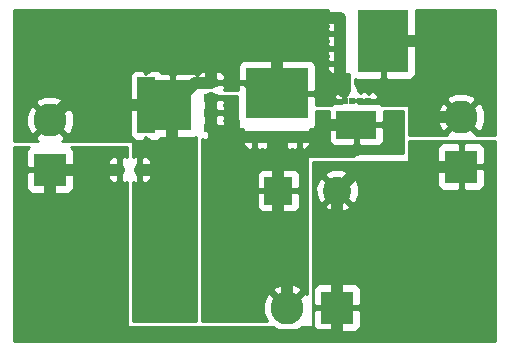
<source format=gbr>
G04 #@! TF.FileFunction,Copper,L1,Top,Signal*
%FSLAX46Y46*%
G04 Gerber Fmt 4.6, Leading zero omitted, Abs format (unit mm)*
G04 Created by KiCad (PCBNEW 4.0.7-e2-6376~58~ubuntu16.04.1) date Wed Jan 10 10:54:33 2018*
%MOMM*%
%LPD*%
G01*
G04 APERTURE LIST*
%ADD10C,0.100000*%
%ADD11R,2.400000X2.400000*%
%ADD12C,2.400000*%
%ADD13R,2.800000X2.800000*%
%ADD14C,2.800000*%
%ADD15R,0.620000X0.950000*%
%ADD16R,5.350000X4.330000*%
%ADD17R,0.600000X0.900000*%
%ADD18R,0.900000X0.600000*%
%ADD19R,1.150000X0.700000*%
%ADD20R,1.550000X4.700000*%
%ADD21R,3.300000X4.200000*%
%ADD22R,0.500000X0.500000*%
%ADD23R,3.400000X2.400000*%
%ADD24R,0.950000X0.620000*%
%ADD25R,4.330000X5.350000*%
%ADD26R,0.670000X1.000000*%
%ADD27C,1.000000*%
%ADD28C,0.500000*%
%ADD29C,0.300000*%
%ADD30C,0.254000*%
G04 APERTURE END LIST*
D10*
D11*
X137668000Y-86868000D03*
D12*
X142668000Y-86868000D03*
D13*
X118364000Y-85090000D03*
D14*
X118364000Y-80890000D03*
D13*
X142630000Y-96774000D03*
D14*
X138430000Y-96774000D03*
D13*
X153162000Y-84836000D03*
D14*
X153162000Y-80636000D03*
D15*
X135636000Y-82296000D03*
X136906000Y-82296000D03*
X138176000Y-82296000D03*
X139446000Y-82296000D03*
D16*
X137541000Y-78646000D03*
D17*
X128938000Y-80804000D03*
X129788000Y-80804000D03*
X128088000Y-80804000D03*
X128938000Y-78504000D03*
X129788000Y-78504000D03*
X128088000Y-78504000D03*
X128088000Y-79654000D03*
X129788000Y-79654000D03*
D18*
X126238000Y-81534000D03*
X126238000Y-77774000D03*
X126238000Y-80254000D03*
D19*
X131958000Y-80294000D03*
X131958000Y-81564000D03*
X131958000Y-79014000D03*
D20*
X126488000Y-79654000D03*
D21*
X128688000Y-79654000D03*
D19*
X131958000Y-77744000D03*
D18*
X126238000Y-79054000D03*
D17*
X128938000Y-79654000D03*
D22*
X145247000Y-79330000D03*
X144597000Y-79330000D03*
X143947000Y-79330000D03*
X143297000Y-79330000D03*
D23*
X144272000Y-81280000D03*
D24*
X142908000Y-72263000D03*
X142908000Y-73533000D03*
X142908000Y-74803000D03*
X142908000Y-76073000D03*
D25*
X146558000Y-74168000D03*
D26*
X125956000Y-85090000D03*
X124206000Y-85090000D03*
D27*
X144272000Y-81280000D02*
X141478000Y-81280000D01*
X141478000Y-81280000D02*
X141224000Y-81534000D01*
X141224000Y-81534000D02*
X141224000Y-82296000D01*
X141224000Y-82296000D02*
X139446000Y-82296000D01*
X137668000Y-93218000D02*
X138430000Y-93980000D01*
X138430000Y-93980000D02*
X138430000Y-96774000D01*
X137668000Y-86868000D02*
X137668000Y-93218000D01*
X138176000Y-82296000D02*
X137414000Y-82296000D01*
X137414000Y-82296000D02*
X136906000Y-82296000D01*
X137668000Y-86868000D02*
X137668000Y-82550000D01*
X137668000Y-82550000D02*
X137414000Y-82296000D01*
X131958000Y-80294000D02*
X131958000Y-79014000D01*
X131958000Y-81564000D02*
X131958000Y-80294000D01*
X135636000Y-82296000D02*
X132690000Y-82296000D01*
X132690000Y-82296000D02*
X131958000Y-81564000D01*
X136906000Y-82296000D02*
X135636000Y-82296000D01*
X139446000Y-82296000D02*
X138176000Y-82296000D01*
D28*
X134874000Y-77724000D02*
X134854000Y-77744000D01*
X134854000Y-77744000D02*
X131958000Y-77744000D01*
X135796000Y-78646000D02*
X134874000Y-77724000D01*
X137541000Y-78646000D02*
X135796000Y-78646000D01*
D27*
X128688000Y-84418000D02*
X128016000Y-85090000D01*
X128016000Y-85090000D02*
X125956000Y-85090000D01*
X128688000Y-79654000D02*
X128688000Y-84418000D01*
X136089000Y-72263000D02*
X137414000Y-72263000D01*
X137414000Y-72263000D02*
X141433000Y-72263000D01*
X137541000Y-78646000D02*
X137541000Y-72390000D01*
X137541000Y-72390000D02*
X137414000Y-72263000D01*
D29*
X143256000Y-78486000D02*
X143297000Y-78527000D01*
X143297000Y-78527000D02*
X143297000Y-79330000D01*
D27*
X142908000Y-78138000D02*
X143256000Y-78486000D01*
X142908000Y-76073000D02*
X142908000Y-78138000D01*
X142908000Y-74803000D02*
X142908000Y-76073000D01*
X142908000Y-73533000D02*
X142908000Y-74803000D01*
X142908000Y-72263000D02*
X142908000Y-73533000D01*
X131958000Y-77744000D02*
X131958000Y-76394000D01*
X131958000Y-76394000D02*
X136089000Y-72263000D01*
X141433000Y-72263000D02*
X142908000Y-72263000D01*
X131958000Y-77744000D02*
X130598000Y-77744000D01*
X130598000Y-77744000D02*
X128688000Y-79654000D01*
X126488000Y-79654000D02*
X119600000Y-79654000D01*
X119600000Y-79654000D02*
X118364000Y-80890000D01*
X128688000Y-79654000D02*
X126488000Y-79654000D01*
X150114000Y-74168000D02*
X146558000Y-74168000D01*
X150114000Y-79567898D02*
X150114000Y-74168000D01*
X153162000Y-80636000D02*
X151182102Y-80636000D01*
X151182102Y-80636000D02*
X150114000Y-79567898D01*
D29*
X146558000Y-79248000D02*
X146476000Y-79330000D01*
X146476000Y-79330000D02*
X145247000Y-79330000D01*
X144597000Y-79330000D02*
X145247000Y-79330000D01*
X143947000Y-79330000D02*
X144597000Y-79330000D01*
D27*
X142630000Y-98924000D02*
X142494000Y-99060000D01*
X142494000Y-99060000D02*
X141478000Y-99060000D01*
X142630000Y-96774000D02*
X142630000Y-98924000D01*
X118364000Y-97282000D02*
X118364000Y-89408000D01*
X141478000Y-99060000D02*
X120024002Y-99060000D01*
X119956001Y-98874001D02*
X118364000Y-97282000D01*
X142630000Y-96774000D02*
X142630000Y-97654000D01*
X118364000Y-89408000D02*
X118364000Y-85090000D01*
X153162000Y-84836000D02*
X144700000Y-84836000D01*
X144700000Y-84836000D02*
X142668000Y-86868000D01*
X142668000Y-86868000D02*
X142668000Y-96736000D01*
X142668000Y-96736000D02*
X142630000Y-96774000D01*
X124206000Y-85090000D02*
X118364000Y-85090000D01*
D30*
G36*
X141894673Y-71593301D02*
X141798000Y-71826690D01*
X141798000Y-71977250D01*
X141956750Y-72136000D01*
X142781000Y-72136000D01*
X142781000Y-72116000D01*
X143035000Y-72116000D01*
X143035000Y-72136000D01*
X143055000Y-72136000D01*
X143055000Y-72390000D01*
X143035000Y-72390000D01*
X143035000Y-73406000D01*
X143055000Y-73406000D01*
X143055000Y-73660000D01*
X143035000Y-73660000D01*
X143035000Y-74676000D01*
X143055000Y-74676000D01*
X143055000Y-74930000D01*
X143035000Y-74930000D01*
X143035000Y-75946000D01*
X143055000Y-75946000D01*
X143055000Y-76200000D01*
X143035000Y-76200000D01*
X143035000Y-76859250D01*
X143193750Y-77018000D01*
X143509309Y-77018000D01*
X143637000Y-76965109D01*
X143637000Y-78443850D01*
X143630887Y-78445000D01*
X143580750Y-78445000D01*
X143569129Y-78456621D01*
X143461683Y-78476838D01*
X143245559Y-78615910D01*
X143172000Y-78723567D01*
X143172000Y-78603750D01*
X143013250Y-78445000D01*
X142920690Y-78445000D01*
X142687301Y-78541673D01*
X142508673Y-78720302D01*
X142412000Y-78953691D01*
X142412000Y-79046250D01*
X142570750Y-79205000D01*
X143049560Y-79205000D01*
X143049560Y-79432560D01*
X142572000Y-79432560D01*
X142336683Y-79476838D01*
X142120559Y-79615910D01*
X142111615Y-79629000D01*
X140851000Y-79629000D01*
X140851000Y-78931750D01*
X140692250Y-78773000D01*
X137668000Y-78773000D01*
X137668000Y-78793000D01*
X137414000Y-78793000D01*
X137414000Y-78773000D01*
X137394000Y-78773000D01*
X137394000Y-78519000D01*
X137414000Y-78519000D01*
X137414000Y-76004750D01*
X137668000Y-76004750D01*
X137668000Y-78519000D01*
X140692250Y-78519000D01*
X140851000Y-78360250D01*
X140851000Y-76358750D01*
X141798000Y-76358750D01*
X141798000Y-76509310D01*
X141894673Y-76742699D01*
X142073302Y-76921327D01*
X142306691Y-77018000D01*
X142622250Y-77018000D01*
X142781000Y-76859250D01*
X142781000Y-76200000D01*
X141956750Y-76200000D01*
X141798000Y-76358750D01*
X140851000Y-76358750D01*
X140851000Y-76354691D01*
X140754327Y-76121302D01*
X140575699Y-75942673D01*
X140342310Y-75846000D01*
X137826750Y-75846000D01*
X137668000Y-76004750D01*
X137414000Y-76004750D01*
X137255250Y-75846000D01*
X134739690Y-75846000D01*
X134506301Y-75942673D01*
X134327673Y-76121302D01*
X134231000Y-76354691D01*
X134231000Y-78359000D01*
X133110552Y-78359000D01*
X133168000Y-78220309D01*
X133168000Y-78029750D01*
X133009250Y-77871000D01*
X132085000Y-77871000D01*
X132085000Y-77891000D01*
X132018328Y-77891000D01*
X131958000Y-77879000D01*
X131897672Y-77891000D01*
X131831000Y-77891000D01*
X131831000Y-77871000D01*
X131811000Y-77871000D01*
X131811000Y-77617000D01*
X131831000Y-77617000D01*
X131831000Y-76917750D01*
X132085000Y-76917750D01*
X132085000Y-77617000D01*
X133009250Y-77617000D01*
X133168000Y-77458250D01*
X133168000Y-77267691D01*
X133071327Y-77034302D01*
X132892699Y-76855673D01*
X132659310Y-76759000D01*
X132243750Y-76759000D01*
X132085000Y-76917750D01*
X131831000Y-76917750D01*
X131672250Y-76759000D01*
X131256690Y-76759000D01*
X131023301Y-76855673D01*
X130844673Y-77034302D01*
X130807081Y-77125056D01*
X130697699Y-77015673D01*
X130464310Y-76919000D01*
X128973750Y-76919000D01*
X128815000Y-77077750D01*
X128815000Y-77419000D01*
X128810998Y-77419000D01*
X128810998Y-77577748D01*
X128652250Y-77419000D01*
X128561000Y-77419000D01*
X128561000Y-77077750D01*
X128402250Y-76919000D01*
X127776025Y-76919000D01*
X127622699Y-76765673D01*
X127389310Y-76669000D01*
X126773750Y-76669000D01*
X126615000Y-76827750D01*
X126615000Y-76839000D01*
X126523750Y-76839000D01*
X126365002Y-76997748D01*
X126365002Y-76839000D01*
X126361000Y-76839000D01*
X126361000Y-76827750D01*
X126202250Y-76669000D01*
X125586690Y-76669000D01*
X125353301Y-76765673D01*
X125174673Y-76944302D01*
X125078000Y-77177691D01*
X125078000Y-79368250D01*
X125153000Y-79443250D01*
X125153000Y-79480309D01*
X125224945Y-79654000D01*
X125153000Y-79827691D01*
X125153000Y-79864750D01*
X125078000Y-79939750D01*
X125078000Y-82130309D01*
X125174673Y-82363698D01*
X125353301Y-82542327D01*
X125586690Y-82639000D01*
X126202250Y-82639000D01*
X126361000Y-82480250D01*
X126361000Y-82469000D01*
X126365002Y-82469000D01*
X126365002Y-82310252D01*
X126523750Y-82469000D01*
X126615000Y-82469000D01*
X126615000Y-82480250D01*
X126773750Y-82639000D01*
X127389310Y-82639000D01*
X127622699Y-82542327D01*
X127776025Y-82389000D01*
X128402250Y-82389000D01*
X128561000Y-82230250D01*
X128561000Y-81889000D01*
X128652250Y-81889000D01*
X128810998Y-81730252D01*
X128810998Y-81889000D01*
X128815000Y-81889000D01*
X128815000Y-82230250D01*
X128973750Y-82389000D01*
X130464310Y-82389000D01*
X130683000Y-82298416D01*
X130683000Y-97917000D01*
X125349000Y-97917000D01*
X125349000Y-86164653D01*
X125494691Y-86225000D01*
X125670250Y-86225000D01*
X125829000Y-86066250D01*
X125829000Y-85217000D01*
X126083000Y-85217000D01*
X126083000Y-86066250D01*
X126241750Y-86225000D01*
X126417309Y-86225000D01*
X126650698Y-86128327D01*
X126829327Y-85949699D01*
X126926000Y-85716310D01*
X126926000Y-85375750D01*
X126767250Y-85217000D01*
X126083000Y-85217000D01*
X125829000Y-85217000D01*
X125809000Y-85217000D01*
X125809000Y-84963000D01*
X125829000Y-84963000D01*
X125829000Y-84113750D01*
X126083000Y-84113750D01*
X126083000Y-84963000D01*
X126767250Y-84963000D01*
X126926000Y-84804250D01*
X126926000Y-84463690D01*
X126829327Y-84230301D01*
X126650698Y-84051673D01*
X126417309Y-83955000D01*
X126241750Y-83955000D01*
X126083000Y-84113750D01*
X125829000Y-84113750D01*
X125670250Y-83955000D01*
X125494691Y-83955000D01*
X125349000Y-84015347D01*
X125349000Y-82804000D01*
X125338994Y-82754590D01*
X125310553Y-82712965D01*
X125268159Y-82685685D01*
X125222000Y-82677000D01*
X119389475Y-82677000D01*
X119478545Y-82640106D01*
X119626118Y-82331724D01*
X118364000Y-81069605D01*
X117101882Y-82331724D01*
X117249455Y-82640106D01*
X117344373Y-82677000D01*
X115264000Y-82677000D01*
X115264000Y-80530031D01*
X116320595Y-80530031D01*
X116338386Y-81339409D01*
X116613894Y-82004545D01*
X116922276Y-82152118D01*
X118184395Y-80890000D01*
X118543605Y-80890000D01*
X119805724Y-82152118D01*
X120114106Y-82004545D01*
X120407405Y-81249969D01*
X120389614Y-80440591D01*
X120114106Y-79775455D01*
X119805724Y-79627882D01*
X118543605Y-80890000D01*
X118184395Y-80890000D01*
X116922276Y-79627882D01*
X116613894Y-79775455D01*
X116320595Y-80530031D01*
X115264000Y-80530031D01*
X115264000Y-79448276D01*
X117101882Y-79448276D01*
X118364000Y-80710395D01*
X119626118Y-79448276D01*
X119478545Y-79139894D01*
X118723969Y-78846595D01*
X117914591Y-78864386D01*
X117249455Y-79139894D01*
X117101882Y-79448276D01*
X115264000Y-79448276D01*
X115264000Y-75088750D01*
X141798000Y-75088750D01*
X141798000Y-75239310D01*
X141880300Y-75438000D01*
X141798000Y-75636690D01*
X141798000Y-75787250D01*
X141956750Y-75946000D01*
X142781000Y-75946000D01*
X142781000Y-74930000D01*
X141956750Y-74930000D01*
X141798000Y-75088750D01*
X115264000Y-75088750D01*
X115264000Y-73818750D01*
X141798000Y-73818750D01*
X141798000Y-73969310D01*
X141880300Y-74168000D01*
X141798000Y-74366690D01*
X141798000Y-74517250D01*
X141956750Y-74676000D01*
X142781000Y-74676000D01*
X142781000Y-73660000D01*
X141956750Y-73660000D01*
X141798000Y-73818750D01*
X115264000Y-73818750D01*
X115264000Y-72548750D01*
X141798000Y-72548750D01*
X141798000Y-72699310D01*
X141880300Y-72898000D01*
X141798000Y-73096690D01*
X141798000Y-73247250D01*
X141956750Y-73406000D01*
X142781000Y-73406000D01*
X142781000Y-72390000D01*
X141956750Y-72390000D01*
X141798000Y-72548750D01*
X115264000Y-72548750D01*
X115264000Y-71576000D01*
X141911974Y-71576000D01*
X141894673Y-71593301D01*
X141894673Y-71593301D01*
G37*
X141894673Y-71593301D02*
X141798000Y-71826690D01*
X141798000Y-71977250D01*
X141956750Y-72136000D01*
X142781000Y-72136000D01*
X142781000Y-72116000D01*
X143035000Y-72116000D01*
X143035000Y-72136000D01*
X143055000Y-72136000D01*
X143055000Y-72390000D01*
X143035000Y-72390000D01*
X143035000Y-73406000D01*
X143055000Y-73406000D01*
X143055000Y-73660000D01*
X143035000Y-73660000D01*
X143035000Y-74676000D01*
X143055000Y-74676000D01*
X143055000Y-74930000D01*
X143035000Y-74930000D01*
X143035000Y-75946000D01*
X143055000Y-75946000D01*
X143055000Y-76200000D01*
X143035000Y-76200000D01*
X143035000Y-76859250D01*
X143193750Y-77018000D01*
X143509309Y-77018000D01*
X143637000Y-76965109D01*
X143637000Y-78443850D01*
X143630887Y-78445000D01*
X143580750Y-78445000D01*
X143569129Y-78456621D01*
X143461683Y-78476838D01*
X143245559Y-78615910D01*
X143172000Y-78723567D01*
X143172000Y-78603750D01*
X143013250Y-78445000D01*
X142920690Y-78445000D01*
X142687301Y-78541673D01*
X142508673Y-78720302D01*
X142412000Y-78953691D01*
X142412000Y-79046250D01*
X142570750Y-79205000D01*
X143049560Y-79205000D01*
X143049560Y-79432560D01*
X142572000Y-79432560D01*
X142336683Y-79476838D01*
X142120559Y-79615910D01*
X142111615Y-79629000D01*
X140851000Y-79629000D01*
X140851000Y-78931750D01*
X140692250Y-78773000D01*
X137668000Y-78773000D01*
X137668000Y-78793000D01*
X137414000Y-78793000D01*
X137414000Y-78773000D01*
X137394000Y-78773000D01*
X137394000Y-78519000D01*
X137414000Y-78519000D01*
X137414000Y-76004750D01*
X137668000Y-76004750D01*
X137668000Y-78519000D01*
X140692250Y-78519000D01*
X140851000Y-78360250D01*
X140851000Y-76358750D01*
X141798000Y-76358750D01*
X141798000Y-76509310D01*
X141894673Y-76742699D01*
X142073302Y-76921327D01*
X142306691Y-77018000D01*
X142622250Y-77018000D01*
X142781000Y-76859250D01*
X142781000Y-76200000D01*
X141956750Y-76200000D01*
X141798000Y-76358750D01*
X140851000Y-76358750D01*
X140851000Y-76354691D01*
X140754327Y-76121302D01*
X140575699Y-75942673D01*
X140342310Y-75846000D01*
X137826750Y-75846000D01*
X137668000Y-76004750D01*
X137414000Y-76004750D01*
X137255250Y-75846000D01*
X134739690Y-75846000D01*
X134506301Y-75942673D01*
X134327673Y-76121302D01*
X134231000Y-76354691D01*
X134231000Y-78359000D01*
X133110552Y-78359000D01*
X133168000Y-78220309D01*
X133168000Y-78029750D01*
X133009250Y-77871000D01*
X132085000Y-77871000D01*
X132085000Y-77891000D01*
X132018328Y-77891000D01*
X131958000Y-77879000D01*
X131897672Y-77891000D01*
X131831000Y-77891000D01*
X131831000Y-77871000D01*
X131811000Y-77871000D01*
X131811000Y-77617000D01*
X131831000Y-77617000D01*
X131831000Y-76917750D01*
X132085000Y-76917750D01*
X132085000Y-77617000D01*
X133009250Y-77617000D01*
X133168000Y-77458250D01*
X133168000Y-77267691D01*
X133071327Y-77034302D01*
X132892699Y-76855673D01*
X132659310Y-76759000D01*
X132243750Y-76759000D01*
X132085000Y-76917750D01*
X131831000Y-76917750D01*
X131672250Y-76759000D01*
X131256690Y-76759000D01*
X131023301Y-76855673D01*
X130844673Y-77034302D01*
X130807081Y-77125056D01*
X130697699Y-77015673D01*
X130464310Y-76919000D01*
X128973750Y-76919000D01*
X128815000Y-77077750D01*
X128815000Y-77419000D01*
X128810998Y-77419000D01*
X128810998Y-77577748D01*
X128652250Y-77419000D01*
X128561000Y-77419000D01*
X128561000Y-77077750D01*
X128402250Y-76919000D01*
X127776025Y-76919000D01*
X127622699Y-76765673D01*
X127389310Y-76669000D01*
X126773750Y-76669000D01*
X126615000Y-76827750D01*
X126615000Y-76839000D01*
X126523750Y-76839000D01*
X126365002Y-76997748D01*
X126365002Y-76839000D01*
X126361000Y-76839000D01*
X126361000Y-76827750D01*
X126202250Y-76669000D01*
X125586690Y-76669000D01*
X125353301Y-76765673D01*
X125174673Y-76944302D01*
X125078000Y-77177691D01*
X125078000Y-79368250D01*
X125153000Y-79443250D01*
X125153000Y-79480309D01*
X125224945Y-79654000D01*
X125153000Y-79827691D01*
X125153000Y-79864750D01*
X125078000Y-79939750D01*
X125078000Y-82130309D01*
X125174673Y-82363698D01*
X125353301Y-82542327D01*
X125586690Y-82639000D01*
X126202250Y-82639000D01*
X126361000Y-82480250D01*
X126361000Y-82469000D01*
X126365002Y-82469000D01*
X126365002Y-82310252D01*
X126523750Y-82469000D01*
X126615000Y-82469000D01*
X126615000Y-82480250D01*
X126773750Y-82639000D01*
X127389310Y-82639000D01*
X127622699Y-82542327D01*
X127776025Y-82389000D01*
X128402250Y-82389000D01*
X128561000Y-82230250D01*
X128561000Y-81889000D01*
X128652250Y-81889000D01*
X128810998Y-81730252D01*
X128810998Y-81889000D01*
X128815000Y-81889000D01*
X128815000Y-82230250D01*
X128973750Y-82389000D01*
X130464310Y-82389000D01*
X130683000Y-82298416D01*
X130683000Y-97917000D01*
X125349000Y-97917000D01*
X125349000Y-86164653D01*
X125494691Y-86225000D01*
X125670250Y-86225000D01*
X125829000Y-86066250D01*
X125829000Y-85217000D01*
X126083000Y-85217000D01*
X126083000Y-86066250D01*
X126241750Y-86225000D01*
X126417309Y-86225000D01*
X126650698Y-86128327D01*
X126829327Y-85949699D01*
X126926000Y-85716310D01*
X126926000Y-85375750D01*
X126767250Y-85217000D01*
X126083000Y-85217000D01*
X125829000Y-85217000D01*
X125809000Y-85217000D01*
X125809000Y-84963000D01*
X125829000Y-84963000D01*
X125829000Y-84113750D01*
X126083000Y-84113750D01*
X126083000Y-84963000D01*
X126767250Y-84963000D01*
X126926000Y-84804250D01*
X126926000Y-84463690D01*
X126829327Y-84230301D01*
X126650698Y-84051673D01*
X126417309Y-83955000D01*
X126241750Y-83955000D01*
X126083000Y-84113750D01*
X125829000Y-84113750D01*
X125670250Y-83955000D01*
X125494691Y-83955000D01*
X125349000Y-84015347D01*
X125349000Y-82804000D01*
X125338994Y-82754590D01*
X125310553Y-82712965D01*
X125268159Y-82685685D01*
X125222000Y-82677000D01*
X119389475Y-82677000D01*
X119478545Y-82640106D01*
X119626118Y-82331724D01*
X118364000Y-81069605D01*
X117101882Y-82331724D01*
X117249455Y-82640106D01*
X117344373Y-82677000D01*
X115264000Y-82677000D01*
X115264000Y-80530031D01*
X116320595Y-80530031D01*
X116338386Y-81339409D01*
X116613894Y-82004545D01*
X116922276Y-82152118D01*
X118184395Y-80890000D01*
X118543605Y-80890000D01*
X119805724Y-82152118D01*
X120114106Y-82004545D01*
X120407405Y-81249969D01*
X120389614Y-80440591D01*
X120114106Y-79775455D01*
X119805724Y-79627882D01*
X118543605Y-80890000D01*
X118184395Y-80890000D01*
X116922276Y-79627882D01*
X116613894Y-79775455D01*
X116320595Y-80530031D01*
X115264000Y-80530031D01*
X115264000Y-79448276D01*
X117101882Y-79448276D01*
X118364000Y-80710395D01*
X119626118Y-79448276D01*
X119478545Y-79139894D01*
X118723969Y-78846595D01*
X117914591Y-78864386D01*
X117249455Y-79139894D01*
X117101882Y-79448276D01*
X115264000Y-79448276D01*
X115264000Y-75088750D01*
X141798000Y-75088750D01*
X141798000Y-75239310D01*
X141880300Y-75438000D01*
X141798000Y-75636690D01*
X141798000Y-75787250D01*
X141956750Y-75946000D01*
X142781000Y-75946000D01*
X142781000Y-74930000D01*
X141956750Y-74930000D01*
X141798000Y-75088750D01*
X115264000Y-75088750D01*
X115264000Y-73818750D01*
X141798000Y-73818750D01*
X141798000Y-73969310D01*
X141880300Y-74168000D01*
X141798000Y-74366690D01*
X141798000Y-74517250D01*
X141956750Y-74676000D01*
X142781000Y-74676000D01*
X142781000Y-73660000D01*
X141956750Y-73660000D01*
X141798000Y-73818750D01*
X115264000Y-73818750D01*
X115264000Y-72548750D01*
X141798000Y-72548750D01*
X141798000Y-72699310D01*
X141880300Y-72898000D01*
X141798000Y-73096690D01*
X141798000Y-73247250D01*
X141956750Y-73406000D01*
X142781000Y-73406000D01*
X142781000Y-72390000D01*
X141956750Y-72390000D01*
X141798000Y-72548750D01*
X115264000Y-72548750D01*
X115264000Y-71576000D01*
X141911974Y-71576000D01*
X141894673Y-71593301D01*
G36*
X128835000Y-79781000D02*
X128714250Y-79781000D01*
X128652250Y-79719000D01*
X128541000Y-79719000D01*
X128541000Y-79589000D01*
X128652250Y-79589000D01*
X128714250Y-79527000D01*
X128835000Y-79527000D01*
X128835000Y-79781000D01*
X128835000Y-79781000D01*
G37*
X128835000Y-79781000D02*
X128714250Y-79781000D01*
X128652250Y-79719000D01*
X128541000Y-79719000D01*
X128541000Y-79589000D01*
X128652250Y-79589000D01*
X128714250Y-79527000D01*
X128835000Y-79527000D01*
X128835000Y-79781000D01*
G36*
X132085000Y-78887000D02*
X133009250Y-78887000D01*
X133029250Y-78867000D01*
X134218560Y-78867000D01*
X134218560Y-80811000D01*
X134239000Y-80919629D01*
X134239000Y-81534000D01*
X134249006Y-81583410D01*
X134277447Y-81625035D01*
X134319841Y-81652315D01*
X134366000Y-81661000D01*
X134704955Y-81661000D01*
X134691000Y-81694691D01*
X134691000Y-82010250D01*
X134849750Y-82169000D01*
X135509000Y-82169000D01*
X135509000Y-82149000D01*
X135763000Y-82149000D01*
X135763000Y-82169000D01*
X136779000Y-82169000D01*
X136779000Y-82149000D01*
X137033000Y-82149000D01*
X137033000Y-82169000D01*
X138049000Y-82169000D01*
X138049000Y-82149000D01*
X138303000Y-82149000D01*
X138303000Y-82169000D01*
X139319000Y-82169000D01*
X139319000Y-82149000D01*
X139573000Y-82149000D01*
X139573000Y-82169000D01*
X140232250Y-82169000D01*
X140391000Y-82010250D01*
X140391000Y-81694691D01*
X140377045Y-81661000D01*
X140716000Y-81661000D01*
X140765410Y-81650994D01*
X140807035Y-81622553D01*
X140834315Y-81580159D01*
X140837026Y-81565750D01*
X141937000Y-81565750D01*
X141937000Y-82606309D01*
X142033673Y-82839698D01*
X142212301Y-83018327D01*
X142445690Y-83115000D01*
X143986250Y-83115000D01*
X144145000Y-82956250D01*
X144145000Y-81407000D01*
X144399000Y-81407000D01*
X144399000Y-82956250D01*
X144557750Y-83115000D01*
X146098310Y-83115000D01*
X146331699Y-83018327D01*
X146510327Y-82839698D01*
X146607000Y-82606309D01*
X146607000Y-81565750D01*
X146448250Y-81407000D01*
X144399000Y-81407000D01*
X144145000Y-81407000D01*
X142095750Y-81407000D01*
X141937000Y-81565750D01*
X140837026Y-81565750D01*
X140843000Y-81534000D01*
X140843000Y-80911936D01*
X140863440Y-80811000D01*
X140863440Y-80137000D01*
X141937000Y-80137000D01*
X141937000Y-80994250D01*
X142095750Y-81153000D01*
X144145000Y-81153000D01*
X144145000Y-81133000D01*
X144399000Y-81133000D01*
X144399000Y-81153000D01*
X146448250Y-81153000D01*
X146607000Y-80994250D01*
X146607000Y-80137000D01*
X148209000Y-80137000D01*
X148209000Y-83701000D01*
X144700000Y-83701000D01*
X144265654Y-83787397D01*
X144026791Y-83947000D01*
X140208000Y-83947000D01*
X140158590Y-83957006D01*
X140116965Y-83985447D01*
X140089685Y-84027841D01*
X140081000Y-84074000D01*
X140081000Y-95612029D01*
X139871724Y-95511882D01*
X138609605Y-96774000D01*
X138623748Y-96788142D01*
X138444142Y-96967748D01*
X138430000Y-96953605D01*
X138415858Y-96967748D01*
X138236252Y-96788142D01*
X138250395Y-96774000D01*
X136988276Y-95511882D01*
X136679894Y-95659455D01*
X136386595Y-96414031D01*
X136404386Y-97223409D01*
X136679894Y-97888545D01*
X136739356Y-97917000D01*
X131191000Y-97917000D01*
X131191000Y-95332276D01*
X137167882Y-95332276D01*
X138430000Y-96594395D01*
X139692118Y-95332276D01*
X139544545Y-95023894D01*
X138789969Y-94730595D01*
X137980591Y-94748386D01*
X137315455Y-95023894D01*
X137167882Y-95332276D01*
X131191000Y-95332276D01*
X131191000Y-87153750D01*
X135833000Y-87153750D01*
X135833000Y-88194310D01*
X135929673Y-88427699D01*
X136108302Y-88606327D01*
X136341691Y-88703000D01*
X137382250Y-88703000D01*
X137541000Y-88544250D01*
X137541000Y-86995000D01*
X137795000Y-86995000D01*
X137795000Y-88544250D01*
X137953750Y-88703000D01*
X138994309Y-88703000D01*
X139227698Y-88606327D01*
X139406327Y-88427699D01*
X139503000Y-88194310D01*
X139503000Y-87153750D01*
X139344250Y-86995000D01*
X137795000Y-86995000D01*
X137541000Y-86995000D01*
X135991750Y-86995000D01*
X135833000Y-87153750D01*
X131191000Y-87153750D01*
X131191000Y-85541690D01*
X135833000Y-85541690D01*
X135833000Y-86582250D01*
X135991750Y-86741000D01*
X137541000Y-86741000D01*
X137541000Y-85191750D01*
X137795000Y-85191750D01*
X137795000Y-86741000D01*
X139344250Y-86741000D01*
X139503000Y-86582250D01*
X139503000Y-85541690D01*
X139406327Y-85308301D01*
X139227698Y-85129673D01*
X138994309Y-85033000D01*
X137953750Y-85033000D01*
X137795000Y-85191750D01*
X137541000Y-85191750D01*
X137382250Y-85033000D01*
X136341691Y-85033000D01*
X136108302Y-85129673D01*
X135929673Y-85308301D01*
X135833000Y-85541690D01*
X131191000Y-85541690D01*
X131191000Y-82581750D01*
X134691000Y-82581750D01*
X134691000Y-82897309D01*
X134787673Y-83130698D01*
X134966301Y-83309327D01*
X135199690Y-83406000D01*
X135350250Y-83406000D01*
X135509000Y-83247250D01*
X135509000Y-82423000D01*
X135763000Y-82423000D01*
X135763000Y-83247250D01*
X135921750Y-83406000D01*
X136072310Y-83406000D01*
X136271000Y-83323700D01*
X136469690Y-83406000D01*
X136620250Y-83406000D01*
X136779000Y-83247250D01*
X136779000Y-82423000D01*
X137033000Y-82423000D01*
X137033000Y-83247250D01*
X137191750Y-83406000D01*
X137342310Y-83406000D01*
X137541000Y-83323700D01*
X137739690Y-83406000D01*
X137890250Y-83406000D01*
X138049000Y-83247250D01*
X138049000Y-82423000D01*
X138303000Y-82423000D01*
X138303000Y-83247250D01*
X138461750Y-83406000D01*
X138612310Y-83406000D01*
X138811000Y-83323700D01*
X139009690Y-83406000D01*
X139160250Y-83406000D01*
X139319000Y-83247250D01*
X139319000Y-82423000D01*
X139573000Y-82423000D01*
X139573000Y-83247250D01*
X139731750Y-83406000D01*
X139882310Y-83406000D01*
X140115699Y-83309327D01*
X140294327Y-83130698D01*
X140391000Y-82897309D01*
X140391000Y-82581750D01*
X140232250Y-82423000D01*
X139573000Y-82423000D01*
X139319000Y-82423000D01*
X138303000Y-82423000D01*
X138049000Y-82423000D01*
X137033000Y-82423000D01*
X136779000Y-82423000D01*
X135763000Y-82423000D01*
X135509000Y-82423000D01*
X134849750Y-82423000D01*
X134691000Y-82581750D01*
X131191000Y-82581750D01*
X131191000Y-82521790D01*
X131256690Y-82549000D01*
X131672250Y-82549000D01*
X131831000Y-82390250D01*
X131831000Y-81691000D01*
X132085000Y-81691000D01*
X132085000Y-82390250D01*
X132243750Y-82549000D01*
X132659310Y-82549000D01*
X132892699Y-82452327D01*
X133071327Y-82273698D01*
X133168000Y-82040309D01*
X133168000Y-81849750D01*
X133009250Y-81691000D01*
X132085000Y-81691000D01*
X131831000Y-81691000D01*
X131811000Y-81691000D01*
X131811000Y-81437000D01*
X131831000Y-81437000D01*
X131831000Y-80421000D01*
X132085000Y-80421000D01*
X132085000Y-81437000D01*
X133009250Y-81437000D01*
X133168000Y-81278250D01*
X133168000Y-81087691D01*
X133102268Y-80929000D01*
X133168000Y-80770309D01*
X133168000Y-80579750D01*
X133009250Y-80421000D01*
X132085000Y-80421000D01*
X131831000Y-80421000D01*
X131811000Y-80421000D01*
X131811000Y-80167000D01*
X131831000Y-80167000D01*
X131831000Y-79141000D01*
X132085000Y-79141000D01*
X132085000Y-80167000D01*
X133009250Y-80167000D01*
X133168000Y-80008250D01*
X133168000Y-79817691D01*
X133100197Y-79654000D01*
X133168000Y-79490309D01*
X133168000Y-79299750D01*
X133009250Y-79141000D01*
X132085000Y-79141000D01*
X131831000Y-79141000D01*
X131811000Y-79141000D01*
X131811000Y-78887000D01*
X131831000Y-78887000D01*
X131831000Y-78879000D01*
X131958000Y-78879000D01*
X132018328Y-78867000D01*
X132085000Y-78867000D01*
X132085000Y-78887000D01*
X132085000Y-78887000D01*
G37*
X132085000Y-78887000D02*
X133009250Y-78887000D01*
X133029250Y-78867000D01*
X134218560Y-78867000D01*
X134218560Y-80811000D01*
X134239000Y-80919629D01*
X134239000Y-81534000D01*
X134249006Y-81583410D01*
X134277447Y-81625035D01*
X134319841Y-81652315D01*
X134366000Y-81661000D01*
X134704955Y-81661000D01*
X134691000Y-81694691D01*
X134691000Y-82010250D01*
X134849750Y-82169000D01*
X135509000Y-82169000D01*
X135509000Y-82149000D01*
X135763000Y-82149000D01*
X135763000Y-82169000D01*
X136779000Y-82169000D01*
X136779000Y-82149000D01*
X137033000Y-82149000D01*
X137033000Y-82169000D01*
X138049000Y-82169000D01*
X138049000Y-82149000D01*
X138303000Y-82149000D01*
X138303000Y-82169000D01*
X139319000Y-82169000D01*
X139319000Y-82149000D01*
X139573000Y-82149000D01*
X139573000Y-82169000D01*
X140232250Y-82169000D01*
X140391000Y-82010250D01*
X140391000Y-81694691D01*
X140377045Y-81661000D01*
X140716000Y-81661000D01*
X140765410Y-81650994D01*
X140807035Y-81622553D01*
X140834315Y-81580159D01*
X140837026Y-81565750D01*
X141937000Y-81565750D01*
X141937000Y-82606309D01*
X142033673Y-82839698D01*
X142212301Y-83018327D01*
X142445690Y-83115000D01*
X143986250Y-83115000D01*
X144145000Y-82956250D01*
X144145000Y-81407000D01*
X144399000Y-81407000D01*
X144399000Y-82956250D01*
X144557750Y-83115000D01*
X146098310Y-83115000D01*
X146331699Y-83018327D01*
X146510327Y-82839698D01*
X146607000Y-82606309D01*
X146607000Y-81565750D01*
X146448250Y-81407000D01*
X144399000Y-81407000D01*
X144145000Y-81407000D01*
X142095750Y-81407000D01*
X141937000Y-81565750D01*
X140837026Y-81565750D01*
X140843000Y-81534000D01*
X140843000Y-80911936D01*
X140863440Y-80811000D01*
X140863440Y-80137000D01*
X141937000Y-80137000D01*
X141937000Y-80994250D01*
X142095750Y-81153000D01*
X144145000Y-81153000D01*
X144145000Y-81133000D01*
X144399000Y-81133000D01*
X144399000Y-81153000D01*
X146448250Y-81153000D01*
X146607000Y-80994250D01*
X146607000Y-80137000D01*
X148209000Y-80137000D01*
X148209000Y-83701000D01*
X144700000Y-83701000D01*
X144265654Y-83787397D01*
X144026791Y-83947000D01*
X140208000Y-83947000D01*
X140158590Y-83957006D01*
X140116965Y-83985447D01*
X140089685Y-84027841D01*
X140081000Y-84074000D01*
X140081000Y-95612029D01*
X139871724Y-95511882D01*
X138609605Y-96774000D01*
X138623748Y-96788142D01*
X138444142Y-96967748D01*
X138430000Y-96953605D01*
X138415858Y-96967748D01*
X138236252Y-96788142D01*
X138250395Y-96774000D01*
X136988276Y-95511882D01*
X136679894Y-95659455D01*
X136386595Y-96414031D01*
X136404386Y-97223409D01*
X136679894Y-97888545D01*
X136739356Y-97917000D01*
X131191000Y-97917000D01*
X131191000Y-95332276D01*
X137167882Y-95332276D01*
X138430000Y-96594395D01*
X139692118Y-95332276D01*
X139544545Y-95023894D01*
X138789969Y-94730595D01*
X137980591Y-94748386D01*
X137315455Y-95023894D01*
X137167882Y-95332276D01*
X131191000Y-95332276D01*
X131191000Y-87153750D01*
X135833000Y-87153750D01*
X135833000Y-88194310D01*
X135929673Y-88427699D01*
X136108302Y-88606327D01*
X136341691Y-88703000D01*
X137382250Y-88703000D01*
X137541000Y-88544250D01*
X137541000Y-86995000D01*
X137795000Y-86995000D01*
X137795000Y-88544250D01*
X137953750Y-88703000D01*
X138994309Y-88703000D01*
X139227698Y-88606327D01*
X139406327Y-88427699D01*
X139503000Y-88194310D01*
X139503000Y-87153750D01*
X139344250Y-86995000D01*
X137795000Y-86995000D01*
X137541000Y-86995000D01*
X135991750Y-86995000D01*
X135833000Y-87153750D01*
X131191000Y-87153750D01*
X131191000Y-85541690D01*
X135833000Y-85541690D01*
X135833000Y-86582250D01*
X135991750Y-86741000D01*
X137541000Y-86741000D01*
X137541000Y-85191750D01*
X137795000Y-85191750D01*
X137795000Y-86741000D01*
X139344250Y-86741000D01*
X139503000Y-86582250D01*
X139503000Y-85541690D01*
X139406327Y-85308301D01*
X139227698Y-85129673D01*
X138994309Y-85033000D01*
X137953750Y-85033000D01*
X137795000Y-85191750D01*
X137541000Y-85191750D01*
X137382250Y-85033000D01*
X136341691Y-85033000D01*
X136108302Y-85129673D01*
X135929673Y-85308301D01*
X135833000Y-85541690D01*
X131191000Y-85541690D01*
X131191000Y-82581750D01*
X134691000Y-82581750D01*
X134691000Y-82897309D01*
X134787673Y-83130698D01*
X134966301Y-83309327D01*
X135199690Y-83406000D01*
X135350250Y-83406000D01*
X135509000Y-83247250D01*
X135509000Y-82423000D01*
X135763000Y-82423000D01*
X135763000Y-83247250D01*
X135921750Y-83406000D01*
X136072310Y-83406000D01*
X136271000Y-83323700D01*
X136469690Y-83406000D01*
X136620250Y-83406000D01*
X136779000Y-83247250D01*
X136779000Y-82423000D01*
X137033000Y-82423000D01*
X137033000Y-83247250D01*
X137191750Y-83406000D01*
X137342310Y-83406000D01*
X137541000Y-83323700D01*
X137739690Y-83406000D01*
X137890250Y-83406000D01*
X138049000Y-83247250D01*
X138049000Y-82423000D01*
X138303000Y-82423000D01*
X138303000Y-83247250D01*
X138461750Y-83406000D01*
X138612310Y-83406000D01*
X138811000Y-83323700D01*
X139009690Y-83406000D01*
X139160250Y-83406000D01*
X139319000Y-83247250D01*
X139319000Y-82423000D01*
X139573000Y-82423000D01*
X139573000Y-83247250D01*
X139731750Y-83406000D01*
X139882310Y-83406000D01*
X140115699Y-83309327D01*
X140294327Y-83130698D01*
X140391000Y-82897309D01*
X140391000Y-82581750D01*
X140232250Y-82423000D01*
X139573000Y-82423000D01*
X139319000Y-82423000D01*
X138303000Y-82423000D01*
X138049000Y-82423000D01*
X137033000Y-82423000D01*
X136779000Y-82423000D01*
X135763000Y-82423000D01*
X135509000Y-82423000D01*
X134849750Y-82423000D01*
X134691000Y-82581750D01*
X131191000Y-82581750D01*
X131191000Y-82521790D01*
X131256690Y-82549000D01*
X131672250Y-82549000D01*
X131831000Y-82390250D01*
X131831000Y-81691000D01*
X132085000Y-81691000D01*
X132085000Y-82390250D01*
X132243750Y-82549000D01*
X132659310Y-82549000D01*
X132892699Y-82452327D01*
X133071327Y-82273698D01*
X133168000Y-82040309D01*
X133168000Y-81849750D01*
X133009250Y-81691000D01*
X132085000Y-81691000D01*
X131831000Y-81691000D01*
X131811000Y-81691000D01*
X131811000Y-81437000D01*
X131831000Y-81437000D01*
X131831000Y-80421000D01*
X132085000Y-80421000D01*
X132085000Y-81437000D01*
X133009250Y-81437000D01*
X133168000Y-81278250D01*
X133168000Y-81087691D01*
X133102268Y-80929000D01*
X133168000Y-80770309D01*
X133168000Y-80579750D01*
X133009250Y-80421000D01*
X132085000Y-80421000D01*
X131831000Y-80421000D01*
X131811000Y-80421000D01*
X131811000Y-80167000D01*
X131831000Y-80167000D01*
X131831000Y-79141000D01*
X132085000Y-79141000D01*
X132085000Y-80167000D01*
X133009250Y-80167000D01*
X133168000Y-80008250D01*
X133168000Y-79817691D01*
X133100197Y-79654000D01*
X133168000Y-79490309D01*
X133168000Y-79299750D01*
X133009250Y-79141000D01*
X132085000Y-79141000D01*
X131831000Y-79141000D01*
X131811000Y-79141000D01*
X131811000Y-78887000D01*
X131831000Y-78887000D01*
X131831000Y-78879000D01*
X131958000Y-78879000D01*
X132018328Y-78867000D01*
X132085000Y-78867000D01*
X132085000Y-78887000D01*
G36*
X156008000Y-82169000D02*
X154380439Y-82169000D01*
X154424118Y-82077724D01*
X153162000Y-80815605D01*
X151899882Y-82077724D01*
X151943561Y-82169000D01*
X148717000Y-82169000D01*
X148717000Y-80276031D01*
X151118595Y-80276031D01*
X151136386Y-81085409D01*
X151411894Y-81750545D01*
X151720276Y-81898118D01*
X152982395Y-80636000D01*
X153341605Y-80636000D01*
X154603724Y-81898118D01*
X154912106Y-81750545D01*
X155205405Y-80995969D01*
X155187614Y-80186591D01*
X154912106Y-79521455D01*
X154603724Y-79373882D01*
X153341605Y-80636000D01*
X152982395Y-80636000D01*
X151720276Y-79373882D01*
X151411894Y-79521455D01*
X151118595Y-80276031D01*
X148717000Y-80276031D01*
X148717000Y-79756000D01*
X148706994Y-79706590D01*
X148678553Y-79664965D01*
X148636159Y-79637685D01*
X148590000Y-79629000D01*
X146436374Y-79629000D01*
X146436090Y-79628559D01*
X146223890Y-79483569D01*
X145972000Y-79432560D01*
X144450000Y-79432560D01*
X144450000Y-79205000D01*
X145323250Y-79205000D01*
X145372000Y-79156250D01*
X145372000Y-79205000D01*
X145973250Y-79205000D01*
X145983974Y-79194276D01*
X151899882Y-79194276D01*
X153162000Y-80456395D01*
X154424118Y-79194276D01*
X154276545Y-78885894D01*
X153521969Y-78592595D01*
X152712591Y-78610386D01*
X152047455Y-78885894D01*
X151899882Y-79194276D01*
X145983974Y-79194276D01*
X146132000Y-79046250D01*
X146132000Y-78953691D01*
X146035327Y-78720302D01*
X145856699Y-78541673D01*
X145623310Y-78445000D01*
X145530750Y-78445000D01*
X145372000Y-78603750D01*
X145372000Y-78706975D01*
X145206699Y-78541673D01*
X144973310Y-78445000D01*
X144870690Y-78445000D01*
X144637301Y-78541673D01*
X144597000Y-78581974D01*
X144556699Y-78541673D01*
X144388189Y-78471874D01*
X144304603Y-78051654D01*
X144145000Y-77812791D01*
X144145000Y-77427594D01*
X144266691Y-77478000D01*
X146272250Y-77478000D01*
X146431000Y-77319250D01*
X146431000Y-74295000D01*
X146685000Y-74295000D01*
X146685000Y-77319250D01*
X146843750Y-77478000D01*
X148849309Y-77478000D01*
X149082698Y-77381327D01*
X149261327Y-77202699D01*
X149358000Y-76969310D01*
X149358000Y-74453750D01*
X149199250Y-74295000D01*
X146685000Y-74295000D01*
X146431000Y-74295000D01*
X146411000Y-74295000D01*
X146411000Y-74041000D01*
X146431000Y-74041000D01*
X146431000Y-74021000D01*
X146685000Y-74021000D01*
X146685000Y-74041000D01*
X149199250Y-74041000D01*
X149358000Y-73882250D01*
X149358000Y-71576000D01*
X156008000Y-71576000D01*
X156008000Y-82169000D01*
X156008000Y-82169000D01*
G37*
X156008000Y-82169000D02*
X154380439Y-82169000D01*
X154424118Y-82077724D01*
X153162000Y-80815605D01*
X151899882Y-82077724D01*
X151943561Y-82169000D01*
X148717000Y-82169000D01*
X148717000Y-80276031D01*
X151118595Y-80276031D01*
X151136386Y-81085409D01*
X151411894Y-81750545D01*
X151720276Y-81898118D01*
X152982395Y-80636000D01*
X153341605Y-80636000D01*
X154603724Y-81898118D01*
X154912106Y-81750545D01*
X155205405Y-80995969D01*
X155187614Y-80186591D01*
X154912106Y-79521455D01*
X154603724Y-79373882D01*
X153341605Y-80636000D01*
X152982395Y-80636000D01*
X151720276Y-79373882D01*
X151411894Y-79521455D01*
X151118595Y-80276031D01*
X148717000Y-80276031D01*
X148717000Y-79756000D01*
X148706994Y-79706590D01*
X148678553Y-79664965D01*
X148636159Y-79637685D01*
X148590000Y-79629000D01*
X146436374Y-79629000D01*
X146436090Y-79628559D01*
X146223890Y-79483569D01*
X145972000Y-79432560D01*
X144450000Y-79432560D01*
X144450000Y-79205000D01*
X145323250Y-79205000D01*
X145372000Y-79156250D01*
X145372000Y-79205000D01*
X145973250Y-79205000D01*
X145983974Y-79194276D01*
X151899882Y-79194276D01*
X153162000Y-80456395D01*
X154424118Y-79194276D01*
X154276545Y-78885894D01*
X153521969Y-78592595D01*
X152712591Y-78610386D01*
X152047455Y-78885894D01*
X151899882Y-79194276D01*
X145983974Y-79194276D01*
X146132000Y-79046250D01*
X146132000Y-78953691D01*
X146035327Y-78720302D01*
X145856699Y-78541673D01*
X145623310Y-78445000D01*
X145530750Y-78445000D01*
X145372000Y-78603750D01*
X145372000Y-78706975D01*
X145206699Y-78541673D01*
X144973310Y-78445000D01*
X144870690Y-78445000D01*
X144637301Y-78541673D01*
X144597000Y-78581974D01*
X144556699Y-78541673D01*
X144388189Y-78471874D01*
X144304603Y-78051654D01*
X144145000Y-77812791D01*
X144145000Y-77427594D01*
X144266691Y-77478000D01*
X146272250Y-77478000D01*
X146431000Y-77319250D01*
X146431000Y-74295000D01*
X146685000Y-74295000D01*
X146685000Y-77319250D01*
X146843750Y-77478000D01*
X148849309Y-77478000D01*
X149082698Y-77381327D01*
X149261327Y-77202699D01*
X149358000Y-76969310D01*
X149358000Y-74453750D01*
X149199250Y-74295000D01*
X146685000Y-74295000D01*
X146431000Y-74295000D01*
X146411000Y-74295000D01*
X146411000Y-74041000D01*
X146431000Y-74041000D01*
X146431000Y-74021000D01*
X146685000Y-74021000D01*
X146685000Y-74041000D01*
X149199250Y-74041000D01*
X149358000Y-73882250D01*
X149358000Y-71576000D01*
X156008000Y-71576000D01*
X156008000Y-82169000D01*
G36*
X156008000Y-99620000D02*
X115264000Y-99620000D01*
X115264000Y-85375750D01*
X116329000Y-85375750D01*
X116329000Y-86616310D01*
X116425673Y-86849699D01*
X116604302Y-87028327D01*
X116837691Y-87125000D01*
X118078250Y-87125000D01*
X118237000Y-86966250D01*
X118237000Y-85217000D01*
X118491000Y-85217000D01*
X118491000Y-86966250D01*
X118649750Y-87125000D01*
X119890309Y-87125000D01*
X120123698Y-87028327D01*
X120302327Y-86849699D01*
X120399000Y-86616310D01*
X120399000Y-85375750D01*
X123236000Y-85375750D01*
X123236000Y-85716310D01*
X123332673Y-85949699D01*
X123511302Y-86128327D01*
X123744691Y-86225000D01*
X123920250Y-86225000D01*
X124079000Y-86066250D01*
X124079000Y-85217000D01*
X123394750Y-85217000D01*
X123236000Y-85375750D01*
X120399000Y-85375750D01*
X120240250Y-85217000D01*
X118491000Y-85217000D01*
X118237000Y-85217000D01*
X116487750Y-85217000D01*
X116329000Y-85375750D01*
X115264000Y-85375750D01*
X115264000Y-83185000D01*
X116570975Y-83185000D01*
X116425673Y-83330301D01*
X116329000Y-83563690D01*
X116329000Y-84804250D01*
X116487750Y-84963000D01*
X118237000Y-84963000D01*
X118237000Y-84943000D01*
X118491000Y-84943000D01*
X118491000Y-84963000D01*
X120240250Y-84963000D01*
X120399000Y-84804250D01*
X120399000Y-84463690D01*
X123236000Y-84463690D01*
X123236000Y-84804250D01*
X123394750Y-84963000D01*
X124079000Y-84963000D01*
X124079000Y-84113750D01*
X123920250Y-83955000D01*
X123744691Y-83955000D01*
X123511302Y-84051673D01*
X123332673Y-84230301D01*
X123236000Y-84463690D01*
X120399000Y-84463690D01*
X120399000Y-83563690D01*
X120302327Y-83330301D01*
X120157025Y-83185000D01*
X124841000Y-83185000D01*
X124841000Y-84026945D01*
X124667309Y-83955000D01*
X124491750Y-83955000D01*
X124333000Y-84113750D01*
X124333000Y-84963000D01*
X124353000Y-84963000D01*
X124353000Y-85217000D01*
X124333000Y-85217000D01*
X124333000Y-86066250D01*
X124491750Y-86225000D01*
X124667309Y-86225000D01*
X124841000Y-86153055D01*
X124841000Y-98298000D01*
X124851006Y-98347410D01*
X124879447Y-98389035D01*
X124921841Y-98416315D01*
X124968000Y-98425000D01*
X137202705Y-98425000D01*
X137275760Y-98498183D01*
X138023438Y-98808646D01*
X138833011Y-98809352D01*
X139581229Y-98500195D01*
X139656555Y-98425000D01*
X140462000Y-98425000D01*
X140511410Y-98414994D01*
X140553035Y-98386553D01*
X140580315Y-98344159D01*
X140589000Y-98298000D01*
X140589000Y-97059750D01*
X140595000Y-97059750D01*
X140595000Y-98300309D01*
X140691673Y-98533698D01*
X140870301Y-98712327D01*
X141103690Y-98809000D01*
X142344250Y-98809000D01*
X142503000Y-98650250D01*
X142503000Y-96901000D01*
X142757000Y-96901000D01*
X142757000Y-98650250D01*
X142915750Y-98809000D01*
X144156310Y-98809000D01*
X144389699Y-98712327D01*
X144568327Y-98533698D01*
X144665000Y-98300309D01*
X144665000Y-97059750D01*
X144506250Y-96901000D01*
X142757000Y-96901000D01*
X142503000Y-96901000D01*
X140753750Y-96901000D01*
X140595000Y-97059750D01*
X140589000Y-97059750D01*
X140589000Y-95247691D01*
X140595000Y-95247691D01*
X140595000Y-96488250D01*
X140753750Y-96647000D01*
X142503000Y-96647000D01*
X142503000Y-94897750D01*
X142757000Y-94897750D01*
X142757000Y-96647000D01*
X144506250Y-96647000D01*
X144665000Y-96488250D01*
X144665000Y-95247691D01*
X144568327Y-95014302D01*
X144389699Y-94835673D01*
X144156310Y-94739000D01*
X142915750Y-94739000D01*
X142757000Y-94897750D01*
X142503000Y-94897750D01*
X142344250Y-94739000D01*
X141103690Y-94739000D01*
X140870301Y-94835673D01*
X140691673Y-95014302D01*
X140595000Y-95247691D01*
X140589000Y-95247691D01*
X140589000Y-88165175D01*
X141550430Y-88165175D01*
X141673565Y-88452788D01*
X142355734Y-88712707D01*
X143085443Y-88691786D01*
X143662435Y-88452788D01*
X143785570Y-88165175D01*
X142668000Y-87047605D01*
X141550430Y-88165175D01*
X140589000Y-88165175D01*
X140589000Y-86555734D01*
X140823293Y-86555734D01*
X140844214Y-87285443D01*
X141083212Y-87862435D01*
X141370825Y-87985570D01*
X142488395Y-86868000D01*
X142847605Y-86868000D01*
X143965175Y-87985570D01*
X144252788Y-87862435D01*
X144512707Y-87180266D01*
X144491786Y-86450557D01*
X144252788Y-85873565D01*
X143965175Y-85750430D01*
X142847605Y-86868000D01*
X142488395Y-86868000D01*
X141370825Y-85750430D01*
X141083212Y-85873565D01*
X140823293Y-86555734D01*
X140589000Y-86555734D01*
X140589000Y-85570825D01*
X141550430Y-85570825D01*
X142668000Y-86688395D01*
X143785570Y-85570825D01*
X143662435Y-85283212D01*
X143238671Y-85121750D01*
X151127000Y-85121750D01*
X151127000Y-86362310D01*
X151223673Y-86595699D01*
X151402302Y-86774327D01*
X151635691Y-86871000D01*
X152876250Y-86871000D01*
X153035000Y-86712250D01*
X153035000Y-84963000D01*
X153289000Y-84963000D01*
X153289000Y-86712250D01*
X153447750Y-86871000D01*
X154688309Y-86871000D01*
X154921698Y-86774327D01*
X155100327Y-86595699D01*
X155197000Y-86362310D01*
X155197000Y-85121750D01*
X155038250Y-84963000D01*
X153289000Y-84963000D01*
X153035000Y-84963000D01*
X151285750Y-84963000D01*
X151127000Y-85121750D01*
X143238671Y-85121750D01*
X142980266Y-85023293D01*
X142250557Y-85044214D01*
X141673565Y-85283212D01*
X141550430Y-85570825D01*
X140589000Y-85570825D01*
X140589000Y-84455000D01*
X148590000Y-84455000D01*
X148639410Y-84444994D01*
X148681035Y-84416553D01*
X148708315Y-84374159D01*
X148717000Y-84328000D01*
X148717000Y-83309690D01*
X151127000Y-83309690D01*
X151127000Y-84550250D01*
X151285750Y-84709000D01*
X153035000Y-84709000D01*
X153035000Y-82959750D01*
X153289000Y-82959750D01*
X153289000Y-84709000D01*
X155038250Y-84709000D01*
X155197000Y-84550250D01*
X155197000Y-83309690D01*
X155100327Y-83076301D01*
X154921698Y-82897673D01*
X154688309Y-82801000D01*
X153447750Y-82801000D01*
X153289000Y-82959750D01*
X153035000Y-82959750D01*
X152876250Y-82801000D01*
X151635691Y-82801000D01*
X151402302Y-82897673D01*
X151223673Y-83076301D01*
X151127000Y-83309690D01*
X148717000Y-83309690D01*
X148717000Y-82677000D01*
X156008000Y-82677000D01*
X156008000Y-99620000D01*
X156008000Y-99620000D01*
G37*
X156008000Y-99620000D02*
X115264000Y-99620000D01*
X115264000Y-85375750D01*
X116329000Y-85375750D01*
X116329000Y-86616310D01*
X116425673Y-86849699D01*
X116604302Y-87028327D01*
X116837691Y-87125000D01*
X118078250Y-87125000D01*
X118237000Y-86966250D01*
X118237000Y-85217000D01*
X118491000Y-85217000D01*
X118491000Y-86966250D01*
X118649750Y-87125000D01*
X119890309Y-87125000D01*
X120123698Y-87028327D01*
X120302327Y-86849699D01*
X120399000Y-86616310D01*
X120399000Y-85375750D01*
X123236000Y-85375750D01*
X123236000Y-85716310D01*
X123332673Y-85949699D01*
X123511302Y-86128327D01*
X123744691Y-86225000D01*
X123920250Y-86225000D01*
X124079000Y-86066250D01*
X124079000Y-85217000D01*
X123394750Y-85217000D01*
X123236000Y-85375750D01*
X120399000Y-85375750D01*
X120240250Y-85217000D01*
X118491000Y-85217000D01*
X118237000Y-85217000D01*
X116487750Y-85217000D01*
X116329000Y-85375750D01*
X115264000Y-85375750D01*
X115264000Y-83185000D01*
X116570975Y-83185000D01*
X116425673Y-83330301D01*
X116329000Y-83563690D01*
X116329000Y-84804250D01*
X116487750Y-84963000D01*
X118237000Y-84963000D01*
X118237000Y-84943000D01*
X118491000Y-84943000D01*
X118491000Y-84963000D01*
X120240250Y-84963000D01*
X120399000Y-84804250D01*
X120399000Y-84463690D01*
X123236000Y-84463690D01*
X123236000Y-84804250D01*
X123394750Y-84963000D01*
X124079000Y-84963000D01*
X124079000Y-84113750D01*
X123920250Y-83955000D01*
X123744691Y-83955000D01*
X123511302Y-84051673D01*
X123332673Y-84230301D01*
X123236000Y-84463690D01*
X120399000Y-84463690D01*
X120399000Y-83563690D01*
X120302327Y-83330301D01*
X120157025Y-83185000D01*
X124841000Y-83185000D01*
X124841000Y-84026945D01*
X124667309Y-83955000D01*
X124491750Y-83955000D01*
X124333000Y-84113750D01*
X124333000Y-84963000D01*
X124353000Y-84963000D01*
X124353000Y-85217000D01*
X124333000Y-85217000D01*
X124333000Y-86066250D01*
X124491750Y-86225000D01*
X124667309Y-86225000D01*
X124841000Y-86153055D01*
X124841000Y-98298000D01*
X124851006Y-98347410D01*
X124879447Y-98389035D01*
X124921841Y-98416315D01*
X124968000Y-98425000D01*
X137202705Y-98425000D01*
X137275760Y-98498183D01*
X138023438Y-98808646D01*
X138833011Y-98809352D01*
X139581229Y-98500195D01*
X139656555Y-98425000D01*
X140462000Y-98425000D01*
X140511410Y-98414994D01*
X140553035Y-98386553D01*
X140580315Y-98344159D01*
X140589000Y-98298000D01*
X140589000Y-97059750D01*
X140595000Y-97059750D01*
X140595000Y-98300309D01*
X140691673Y-98533698D01*
X140870301Y-98712327D01*
X141103690Y-98809000D01*
X142344250Y-98809000D01*
X142503000Y-98650250D01*
X142503000Y-96901000D01*
X142757000Y-96901000D01*
X142757000Y-98650250D01*
X142915750Y-98809000D01*
X144156310Y-98809000D01*
X144389699Y-98712327D01*
X144568327Y-98533698D01*
X144665000Y-98300309D01*
X144665000Y-97059750D01*
X144506250Y-96901000D01*
X142757000Y-96901000D01*
X142503000Y-96901000D01*
X140753750Y-96901000D01*
X140595000Y-97059750D01*
X140589000Y-97059750D01*
X140589000Y-95247691D01*
X140595000Y-95247691D01*
X140595000Y-96488250D01*
X140753750Y-96647000D01*
X142503000Y-96647000D01*
X142503000Y-94897750D01*
X142757000Y-94897750D01*
X142757000Y-96647000D01*
X144506250Y-96647000D01*
X144665000Y-96488250D01*
X144665000Y-95247691D01*
X144568327Y-95014302D01*
X144389699Y-94835673D01*
X144156310Y-94739000D01*
X142915750Y-94739000D01*
X142757000Y-94897750D01*
X142503000Y-94897750D01*
X142344250Y-94739000D01*
X141103690Y-94739000D01*
X140870301Y-94835673D01*
X140691673Y-95014302D01*
X140595000Y-95247691D01*
X140589000Y-95247691D01*
X140589000Y-88165175D01*
X141550430Y-88165175D01*
X141673565Y-88452788D01*
X142355734Y-88712707D01*
X143085443Y-88691786D01*
X143662435Y-88452788D01*
X143785570Y-88165175D01*
X142668000Y-87047605D01*
X141550430Y-88165175D01*
X140589000Y-88165175D01*
X140589000Y-86555734D01*
X140823293Y-86555734D01*
X140844214Y-87285443D01*
X141083212Y-87862435D01*
X141370825Y-87985570D01*
X142488395Y-86868000D01*
X142847605Y-86868000D01*
X143965175Y-87985570D01*
X144252788Y-87862435D01*
X144512707Y-87180266D01*
X144491786Y-86450557D01*
X144252788Y-85873565D01*
X143965175Y-85750430D01*
X142847605Y-86868000D01*
X142488395Y-86868000D01*
X141370825Y-85750430D01*
X141083212Y-85873565D01*
X140823293Y-86555734D01*
X140589000Y-86555734D01*
X140589000Y-85570825D01*
X141550430Y-85570825D01*
X142668000Y-86688395D01*
X143785570Y-85570825D01*
X143662435Y-85283212D01*
X143238671Y-85121750D01*
X151127000Y-85121750D01*
X151127000Y-86362310D01*
X151223673Y-86595699D01*
X151402302Y-86774327D01*
X151635691Y-86871000D01*
X152876250Y-86871000D01*
X153035000Y-86712250D01*
X153035000Y-84963000D01*
X153289000Y-84963000D01*
X153289000Y-86712250D01*
X153447750Y-86871000D01*
X154688309Y-86871000D01*
X154921698Y-86774327D01*
X155100327Y-86595699D01*
X155197000Y-86362310D01*
X155197000Y-85121750D01*
X155038250Y-84963000D01*
X153289000Y-84963000D01*
X153035000Y-84963000D01*
X151285750Y-84963000D01*
X151127000Y-85121750D01*
X143238671Y-85121750D01*
X142980266Y-85023293D01*
X142250557Y-85044214D01*
X141673565Y-85283212D01*
X141550430Y-85570825D01*
X140589000Y-85570825D01*
X140589000Y-84455000D01*
X148590000Y-84455000D01*
X148639410Y-84444994D01*
X148681035Y-84416553D01*
X148708315Y-84374159D01*
X148717000Y-84328000D01*
X148717000Y-83309690D01*
X151127000Y-83309690D01*
X151127000Y-84550250D01*
X151285750Y-84709000D01*
X153035000Y-84709000D01*
X153035000Y-82959750D01*
X153289000Y-82959750D01*
X153289000Y-84709000D01*
X155038250Y-84709000D01*
X155197000Y-84550250D01*
X155197000Y-83309690D01*
X155100327Y-83076301D01*
X154921698Y-82897673D01*
X154688309Y-82801000D01*
X153447750Y-82801000D01*
X153289000Y-82959750D01*
X153035000Y-82959750D01*
X152876250Y-82801000D01*
X151635691Y-82801000D01*
X151402302Y-82897673D01*
X151223673Y-83076301D01*
X151127000Y-83309690D01*
X148717000Y-83309690D01*
X148717000Y-82677000D01*
X156008000Y-82677000D01*
X156008000Y-99620000D01*
M02*

</source>
